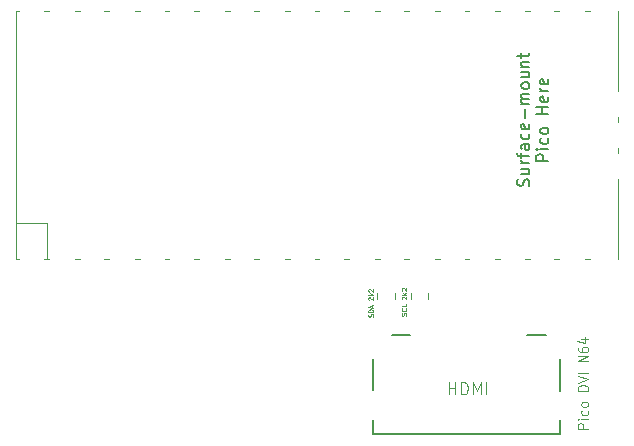
<source format=gbr>
%TF.GenerationSoftware,KiCad,Pcbnew,(6.0.11-0)*%
%TF.CreationDate,2023-07-08T11:49:35-05:00*%
%TF.ProjectId,PicoDVI-N64,5069636f-4456-4492-9d4e-36342e6b6963,rev?*%
%TF.SameCoordinates,Original*%
%TF.FileFunction,Legend,Top*%
%TF.FilePolarity,Positive*%
%FSLAX46Y46*%
G04 Gerber Fmt 4.6, Leading zero omitted, Abs format (unit mm)*
G04 Created by KiCad (PCBNEW (6.0.11-0)) date 2023-07-08 11:49:35*
%MOMM*%
%LPD*%
G01*
G04 APERTURE LIST*
%ADD10C,0.120000*%
%ADD11C,0.100000*%
%ADD12C,0.125000*%
%ADD13C,0.150000*%
G04 APERTURE END LIST*
D10*
X169147791Y-116009220D02*
X168247791Y-116009220D01*
X168247791Y-115704458D01*
X168290649Y-115628268D01*
X168333506Y-115590172D01*
X168419220Y-115552077D01*
X168547791Y-115552077D01*
X168633506Y-115590172D01*
X168676363Y-115628268D01*
X168719220Y-115704458D01*
X168719220Y-116009220D01*
X169147791Y-115209220D02*
X168547791Y-115209220D01*
X168247791Y-115209220D02*
X168290649Y-115247315D01*
X168333506Y-115209220D01*
X168290649Y-115171125D01*
X168247791Y-115209220D01*
X168333506Y-115209220D01*
X169104934Y-114485410D02*
X169147791Y-114561601D01*
X169147791Y-114713982D01*
X169104934Y-114790172D01*
X169062077Y-114828268D01*
X168976363Y-114866363D01*
X168719220Y-114866363D01*
X168633506Y-114828268D01*
X168590649Y-114790172D01*
X168547791Y-114713982D01*
X168547791Y-114561601D01*
X168590649Y-114485410D01*
X169147791Y-114028268D02*
X169104934Y-114104458D01*
X169062077Y-114142553D01*
X168976363Y-114180649D01*
X168719220Y-114180649D01*
X168633506Y-114142553D01*
X168590649Y-114104458D01*
X168547791Y-114028268D01*
X168547791Y-113913982D01*
X168590649Y-113837791D01*
X168633506Y-113799696D01*
X168719220Y-113761601D01*
X168976363Y-113761601D01*
X169062077Y-113799696D01*
X169104934Y-113837791D01*
X169147791Y-113913982D01*
X169147791Y-114028268D01*
X169147791Y-112809220D02*
X168247791Y-112809220D01*
X168247791Y-112618744D01*
X168290649Y-112504458D01*
X168376363Y-112428268D01*
X168462077Y-112390172D01*
X168633506Y-112352077D01*
X168762077Y-112352077D01*
X168933506Y-112390172D01*
X169019220Y-112428268D01*
X169104934Y-112504458D01*
X169147791Y-112618744D01*
X169147791Y-112809220D01*
X168247791Y-112123506D02*
X169147791Y-111856839D01*
X168247791Y-111590172D01*
X169147791Y-111323506D02*
X168247791Y-111323506D01*
X169147791Y-110333029D02*
X168247791Y-110333029D01*
X169147791Y-109875887D01*
X168247791Y-109875887D01*
X168247791Y-109152077D02*
X168247791Y-109304458D01*
X168290649Y-109380649D01*
X168333506Y-109418744D01*
X168462077Y-109494934D01*
X168633506Y-109533029D01*
X168976363Y-109533029D01*
X169062077Y-109494934D01*
X169104934Y-109456839D01*
X169147791Y-109380649D01*
X169147791Y-109228268D01*
X169104934Y-109152077D01*
X169062077Y-109113982D01*
X168976363Y-109075887D01*
X168762077Y-109075887D01*
X168676363Y-109113982D01*
X168633506Y-109152077D01*
X168590649Y-109228268D01*
X168590649Y-109380649D01*
X168633506Y-109456839D01*
X168676363Y-109494934D01*
X168762077Y-109533029D01*
X168547791Y-108390172D02*
X169147791Y-108390172D01*
X168204934Y-108580649D02*
X168847791Y-108771125D01*
X168847791Y-108275887D01*
D11*
X150911904Y-106555952D02*
X150930952Y-106498809D01*
X150930952Y-106403571D01*
X150911904Y-106365476D01*
X150892857Y-106346428D01*
X150854761Y-106327380D01*
X150816666Y-106327380D01*
X150778571Y-106346428D01*
X150759523Y-106365476D01*
X150740476Y-106403571D01*
X150721428Y-106479761D01*
X150702380Y-106517857D01*
X150683333Y-106536904D01*
X150645238Y-106555952D01*
X150607142Y-106555952D01*
X150569047Y-106536904D01*
X150550000Y-106517857D01*
X150530952Y-106479761D01*
X150530952Y-106384523D01*
X150550000Y-106327380D01*
X150930952Y-106155952D02*
X150530952Y-106155952D01*
X150530952Y-106060714D01*
X150550000Y-106003571D01*
X150588095Y-105965476D01*
X150626190Y-105946428D01*
X150702380Y-105927380D01*
X150759523Y-105927380D01*
X150835714Y-105946428D01*
X150873809Y-105965476D01*
X150911904Y-106003571D01*
X150930952Y-106060714D01*
X150930952Y-106155952D01*
X150816666Y-105775000D02*
X150816666Y-105584523D01*
X150930952Y-105813095D02*
X150530952Y-105679761D01*
X150930952Y-105546428D01*
X150569047Y-105127380D02*
X150550000Y-105108333D01*
X150530952Y-105070238D01*
X150530952Y-104975000D01*
X150550000Y-104936904D01*
X150569047Y-104917857D01*
X150607142Y-104898809D01*
X150645238Y-104898809D01*
X150702380Y-104917857D01*
X150930952Y-105146428D01*
X150930952Y-104898809D01*
X150930952Y-104727380D02*
X150530952Y-104727380D01*
X150778571Y-104689285D02*
X150930952Y-104575000D01*
X150664285Y-104575000D02*
X150816666Y-104727380D01*
X150569047Y-104422619D02*
X150550000Y-104403571D01*
X150530952Y-104365476D01*
X150530952Y-104270238D01*
X150550000Y-104232142D01*
X150569047Y-104213095D01*
X150607142Y-104194047D01*
X150645238Y-104194047D01*
X150702380Y-104213095D01*
X150930952Y-104441666D01*
X150930952Y-104194047D01*
D12*
X157329761Y-113102380D02*
X157329761Y-112102380D01*
X157329761Y-112578571D02*
X157901190Y-112578571D01*
X157901190Y-113102380D02*
X157901190Y-112102380D01*
X158377380Y-113102380D02*
X158377380Y-112102380D01*
X158615476Y-112102380D01*
X158758333Y-112150000D01*
X158853571Y-112245238D01*
X158901190Y-112340476D01*
X158948809Y-112530952D01*
X158948809Y-112673809D01*
X158901190Y-112864285D01*
X158853571Y-112959523D01*
X158758333Y-113054761D01*
X158615476Y-113102380D01*
X158377380Y-113102380D01*
X159377380Y-113102380D02*
X159377380Y-112102380D01*
X159710714Y-112816666D01*
X160044047Y-112102380D01*
X160044047Y-113102380D01*
X160520238Y-113102380D02*
X160520238Y-112102380D01*
D13*
X164099761Y-95471428D02*
X164147380Y-95328571D01*
X164147380Y-95090476D01*
X164099761Y-94995238D01*
X164052142Y-94947619D01*
X163956904Y-94900000D01*
X163861666Y-94900000D01*
X163766428Y-94947619D01*
X163718809Y-94995238D01*
X163671190Y-95090476D01*
X163623571Y-95280952D01*
X163575952Y-95376190D01*
X163528333Y-95423809D01*
X163433095Y-95471428D01*
X163337857Y-95471428D01*
X163242619Y-95423809D01*
X163195000Y-95376190D01*
X163147380Y-95280952D01*
X163147380Y-95042857D01*
X163195000Y-94900000D01*
X163480714Y-94042857D02*
X164147380Y-94042857D01*
X163480714Y-94471428D02*
X164004523Y-94471428D01*
X164099761Y-94423809D01*
X164147380Y-94328571D01*
X164147380Y-94185714D01*
X164099761Y-94090476D01*
X164052142Y-94042857D01*
X164147380Y-93566666D02*
X163480714Y-93566666D01*
X163671190Y-93566666D02*
X163575952Y-93519047D01*
X163528333Y-93471428D01*
X163480714Y-93376190D01*
X163480714Y-93280952D01*
X163480714Y-93090476D02*
X163480714Y-92709523D01*
X164147380Y-92947619D02*
X163290238Y-92947619D01*
X163195000Y-92900000D01*
X163147380Y-92804761D01*
X163147380Y-92709523D01*
X164147380Y-91947619D02*
X163623571Y-91947619D01*
X163528333Y-91995238D01*
X163480714Y-92090476D01*
X163480714Y-92280952D01*
X163528333Y-92376190D01*
X164099761Y-91947619D02*
X164147380Y-92042857D01*
X164147380Y-92280952D01*
X164099761Y-92376190D01*
X164004523Y-92423809D01*
X163909285Y-92423809D01*
X163814047Y-92376190D01*
X163766428Y-92280952D01*
X163766428Y-92042857D01*
X163718809Y-91947619D01*
X164099761Y-91042857D02*
X164147380Y-91138095D01*
X164147380Y-91328571D01*
X164099761Y-91423809D01*
X164052142Y-91471428D01*
X163956904Y-91519047D01*
X163671190Y-91519047D01*
X163575952Y-91471428D01*
X163528333Y-91423809D01*
X163480714Y-91328571D01*
X163480714Y-91138095D01*
X163528333Y-91042857D01*
X164099761Y-90233333D02*
X164147380Y-90328571D01*
X164147380Y-90519047D01*
X164099761Y-90614285D01*
X164004523Y-90661904D01*
X163623571Y-90661904D01*
X163528333Y-90614285D01*
X163480714Y-90519047D01*
X163480714Y-90328571D01*
X163528333Y-90233333D01*
X163623571Y-90185714D01*
X163718809Y-90185714D01*
X163814047Y-90661904D01*
X163766428Y-89757142D02*
X163766428Y-88995238D01*
X164147380Y-88519047D02*
X163480714Y-88519047D01*
X163575952Y-88519047D02*
X163528333Y-88471428D01*
X163480714Y-88376190D01*
X163480714Y-88233333D01*
X163528333Y-88138095D01*
X163623571Y-88090476D01*
X164147380Y-88090476D01*
X163623571Y-88090476D02*
X163528333Y-88042857D01*
X163480714Y-87947619D01*
X163480714Y-87804761D01*
X163528333Y-87709523D01*
X163623571Y-87661904D01*
X164147380Y-87661904D01*
X164147380Y-87042857D02*
X164099761Y-87138095D01*
X164052142Y-87185714D01*
X163956904Y-87233333D01*
X163671190Y-87233333D01*
X163575952Y-87185714D01*
X163528333Y-87138095D01*
X163480714Y-87042857D01*
X163480714Y-86900000D01*
X163528333Y-86804761D01*
X163575952Y-86757142D01*
X163671190Y-86709523D01*
X163956904Y-86709523D01*
X164052142Y-86757142D01*
X164099761Y-86804761D01*
X164147380Y-86900000D01*
X164147380Y-87042857D01*
X163480714Y-85852380D02*
X164147380Y-85852380D01*
X163480714Y-86280952D02*
X164004523Y-86280952D01*
X164099761Y-86233333D01*
X164147380Y-86138095D01*
X164147380Y-85995238D01*
X164099761Y-85900000D01*
X164052142Y-85852380D01*
X163480714Y-85376190D02*
X164147380Y-85376190D01*
X163575952Y-85376190D02*
X163528333Y-85328571D01*
X163480714Y-85233333D01*
X163480714Y-85090476D01*
X163528333Y-84995238D01*
X163623571Y-84947619D01*
X164147380Y-84947619D01*
X163480714Y-84614285D02*
X163480714Y-84233333D01*
X163147380Y-84471428D02*
X164004523Y-84471428D01*
X164099761Y-84423809D01*
X164147380Y-84328571D01*
X164147380Y-84233333D01*
X165757380Y-93352380D02*
X164757380Y-93352380D01*
X164757380Y-92971428D01*
X164805000Y-92876190D01*
X164852619Y-92828571D01*
X164947857Y-92780952D01*
X165090714Y-92780952D01*
X165185952Y-92828571D01*
X165233571Y-92876190D01*
X165281190Y-92971428D01*
X165281190Y-93352380D01*
X165757380Y-92352380D02*
X165090714Y-92352380D01*
X164757380Y-92352380D02*
X164805000Y-92400000D01*
X164852619Y-92352380D01*
X164805000Y-92304761D01*
X164757380Y-92352380D01*
X164852619Y-92352380D01*
X165709761Y-91447619D02*
X165757380Y-91542857D01*
X165757380Y-91733333D01*
X165709761Y-91828571D01*
X165662142Y-91876190D01*
X165566904Y-91923809D01*
X165281190Y-91923809D01*
X165185952Y-91876190D01*
X165138333Y-91828571D01*
X165090714Y-91733333D01*
X165090714Y-91542857D01*
X165138333Y-91447619D01*
X165757380Y-90876190D02*
X165709761Y-90971428D01*
X165662142Y-91019047D01*
X165566904Y-91066666D01*
X165281190Y-91066666D01*
X165185952Y-91019047D01*
X165138333Y-90971428D01*
X165090714Y-90876190D01*
X165090714Y-90733333D01*
X165138333Y-90638095D01*
X165185952Y-90590476D01*
X165281190Y-90542857D01*
X165566904Y-90542857D01*
X165662142Y-90590476D01*
X165709761Y-90638095D01*
X165757380Y-90733333D01*
X165757380Y-90876190D01*
X165757380Y-89352380D02*
X164757380Y-89352380D01*
X165233571Y-89352380D02*
X165233571Y-88780952D01*
X165757380Y-88780952D02*
X164757380Y-88780952D01*
X165709761Y-87923809D02*
X165757380Y-88019047D01*
X165757380Y-88209523D01*
X165709761Y-88304761D01*
X165614523Y-88352380D01*
X165233571Y-88352380D01*
X165138333Y-88304761D01*
X165090714Y-88209523D01*
X165090714Y-88019047D01*
X165138333Y-87923809D01*
X165233571Y-87876190D01*
X165328809Y-87876190D01*
X165424047Y-88352380D01*
X165757380Y-87447619D02*
X165090714Y-87447619D01*
X165281190Y-87447619D02*
X165185952Y-87400000D01*
X165138333Y-87352380D01*
X165090714Y-87257142D01*
X165090714Y-87161904D01*
X165709761Y-86447619D02*
X165757380Y-86542857D01*
X165757380Y-86733333D01*
X165709761Y-86828571D01*
X165614523Y-86876190D01*
X165233571Y-86876190D01*
X165138333Y-86828571D01*
X165090714Y-86733333D01*
X165090714Y-86542857D01*
X165138333Y-86447619D01*
X165233571Y-86400000D01*
X165328809Y-86400000D01*
X165424047Y-86876190D01*
D11*
X153711904Y-106471428D02*
X153730952Y-106414285D01*
X153730952Y-106319047D01*
X153711904Y-106280952D01*
X153692857Y-106261904D01*
X153654761Y-106242857D01*
X153616666Y-106242857D01*
X153578571Y-106261904D01*
X153559523Y-106280952D01*
X153540476Y-106319047D01*
X153521428Y-106395238D01*
X153502380Y-106433333D01*
X153483333Y-106452380D01*
X153445238Y-106471428D01*
X153407142Y-106471428D01*
X153369047Y-106452380D01*
X153350000Y-106433333D01*
X153330952Y-106395238D01*
X153330952Y-106300000D01*
X153350000Y-106242857D01*
X153692857Y-105842857D02*
X153711904Y-105861904D01*
X153730952Y-105919047D01*
X153730952Y-105957142D01*
X153711904Y-106014285D01*
X153673809Y-106052380D01*
X153635714Y-106071428D01*
X153559523Y-106090476D01*
X153502380Y-106090476D01*
X153426190Y-106071428D01*
X153388095Y-106052380D01*
X153350000Y-106014285D01*
X153330952Y-105957142D01*
X153330952Y-105919047D01*
X153350000Y-105861904D01*
X153369047Y-105842857D01*
X153730952Y-105480952D02*
X153730952Y-105671428D01*
X153330952Y-105671428D01*
X153369047Y-105061904D02*
X153350000Y-105042857D01*
X153330952Y-105004761D01*
X153330952Y-104909523D01*
X153350000Y-104871428D01*
X153369047Y-104852380D01*
X153407142Y-104833333D01*
X153445238Y-104833333D01*
X153502380Y-104852380D01*
X153730952Y-105080952D01*
X153730952Y-104833333D01*
X153730952Y-104661904D02*
X153330952Y-104661904D01*
X153578571Y-104623809D02*
X153730952Y-104509523D01*
X153464285Y-104509523D02*
X153616666Y-104661904D01*
X153369047Y-104357142D02*
X153350000Y-104338095D01*
X153330952Y-104300000D01*
X153330952Y-104204761D01*
X153350000Y-104166666D01*
X153369047Y-104147619D01*
X153407142Y-104128571D01*
X153445238Y-104128571D01*
X153502380Y-104147619D01*
X153730952Y-104376190D01*
X153730952Y-104128571D01*
D10*
%TO.C,*%
X154115000Y-104572936D02*
X154115000Y-105027064D01*
X155585000Y-104572936D02*
X155585000Y-105027064D01*
D13*
%TO.C,J4*%
X166725000Y-112837500D02*
X166725000Y-110162500D01*
X166725000Y-116512500D02*
X150925000Y-116512500D01*
X166725000Y-116512500D02*
X166725000Y-115312500D01*
X165525000Y-108112500D02*
X163975000Y-108112500D01*
X150925000Y-112762500D02*
X150925000Y-110087500D01*
X150925000Y-116512500D02*
X150925000Y-115312500D01*
X154075000Y-108112500D02*
X152525000Y-108112500D01*
D10*
%TO.C,*%
X152760000Y-104572936D02*
X152760000Y-105027064D01*
X151290000Y-104572936D02*
X151290000Y-105027064D01*
%TO.C,REF\u002A\u002A*%
X120675000Y-101650000D02*
X120975000Y-101650000D01*
X148475000Y-80650000D02*
X148875000Y-80650000D01*
X123342000Y-98643000D02*
X120675000Y-98643000D01*
X135775000Y-80650000D02*
X136175000Y-80650000D01*
X171675000Y-92650000D02*
X171675000Y-92250000D01*
X133275000Y-101650000D02*
X133675000Y-101650000D01*
X145975000Y-80650000D02*
X146375000Y-80650000D01*
X168875000Y-80650000D02*
X169275000Y-80650000D01*
X140875000Y-101650000D02*
X141275000Y-101650000D01*
X171675000Y-80650000D02*
X171675000Y-87450000D01*
X125675000Y-101650000D02*
X126075000Y-101650000D01*
X125675000Y-80650000D02*
X126075000Y-80650000D01*
X130775000Y-80650000D02*
X131175000Y-80650000D01*
X143475000Y-80650000D02*
X143875000Y-80650000D01*
X156175000Y-80650000D02*
X156575000Y-80650000D01*
X123342000Y-101650000D02*
X123342000Y-98643000D01*
X166275000Y-101650000D02*
X166675000Y-101650000D01*
X161275000Y-80650000D02*
X161675000Y-80650000D01*
X158675000Y-80650000D02*
X159075000Y-80650000D01*
X138375000Y-80650000D02*
X138775000Y-80650000D01*
X151075000Y-101650000D02*
X151475000Y-101650000D01*
X130775000Y-101650000D02*
X131175000Y-101650000D01*
X120675000Y-80650000D02*
X120975000Y-80650000D01*
X161275000Y-101650000D02*
X161675000Y-101650000D01*
X153575000Y-80650000D02*
X153975000Y-80650000D01*
X123075000Y-80650000D02*
X123475000Y-80650000D01*
X133275000Y-80650000D02*
X133675000Y-80650000D01*
X158675000Y-101650000D02*
X159075000Y-101650000D01*
X171675000Y-94850000D02*
X171675000Y-101650000D01*
X156175000Y-101650000D02*
X156575000Y-101650000D01*
X163775000Y-80650000D02*
X164175000Y-80650000D01*
X145975000Y-101650000D02*
X146375000Y-101650000D01*
X153575000Y-101650000D02*
X153975000Y-101650000D01*
X135775000Y-101650000D02*
X136175000Y-101650000D01*
X128175000Y-80650000D02*
X128575000Y-80650000D01*
X171675000Y-90050000D02*
X171675000Y-89650000D01*
X128175000Y-101650000D02*
X128575000Y-101650000D01*
X138375000Y-101650000D02*
X138775000Y-101650000D01*
X143475000Y-101650000D02*
X143875000Y-101650000D01*
X166275000Y-80650000D02*
X166675000Y-80650000D01*
X123075000Y-101650000D02*
X123475000Y-101650000D01*
X151075000Y-80650000D02*
X151475000Y-80650000D01*
X168875000Y-101650000D02*
X169275000Y-101650000D01*
X163775000Y-101650000D02*
X164175000Y-101650000D01*
X140875000Y-80650000D02*
X141275000Y-80650000D01*
X120675000Y-101650000D02*
X120675000Y-80650000D01*
X148475000Y-101650000D02*
X148875000Y-101650000D01*
%TD*%
M02*

</source>
